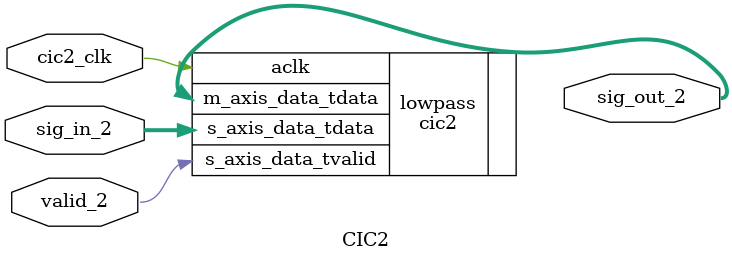
<source format=v>
`timescale 1ns / 1ps


module CIC2(

input wire cic2_clk,                    //Input clock
input wire [13:0] sig_in_2,             //Input Signal to CIC
input wire valid_2,                     //CIC validation
output wire [13:0] sig_out_2            //Output Signal to CIC
);

cic2 lowpass(                                       //Wire up pins of CIC
    .aclk(                           cic2_clk),
    .s_axis_data_tdata(               sig_in_2),
    .s_axis_data_tvalid(               valid_2),
    .m_axis_data_tdata(              sig_out_2)
);

endmodule

</source>
